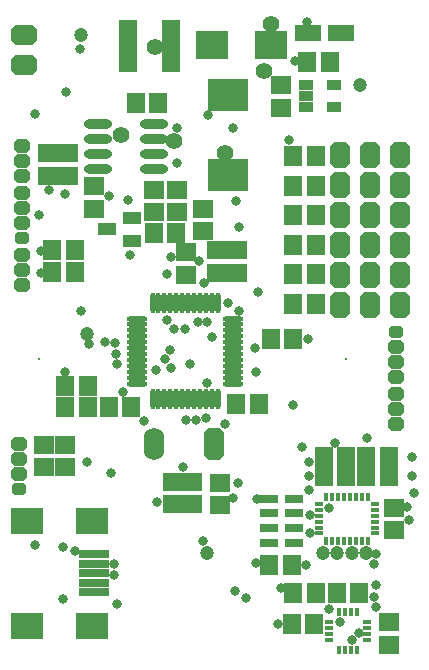
<source format=gts>
%FSLAX25Y25*%
%MOIN*%
G70*
G01*
G75*
G04 Layer_Color=8388736*
%ADD10R,0.05906X0.05118*%
%ADD11C,0.03937*%
%ADD12R,0.05118X0.05906*%
%ADD13R,0.10236X0.08661*%
%ADD14R,0.07874X0.04724*%
%ADD15R,0.12992X0.09843*%
%ADD16R,0.05118X0.06299*%
%ADD17R,0.05512X0.03543*%
%ADD18R,0.09843X0.07874*%
%ADD19R,0.09055X0.01969*%
%ADD20R,0.05512X0.16535*%
%ADD21O,0.08661X0.02362*%
%ADD22R,0.04331X0.02559*%
%ADD23O,0.00984X0.05906*%
%ADD24O,0.05906X0.00984*%
%ADD25R,0.02362X0.00984*%
%ADD26R,0.00984X0.02362*%
%ADD27R,0.02165X0.00984*%
%ADD28R,0.00984X0.02165*%
%ADD29R,0.05118X0.02165*%
%ADD30C,0.02000*%
%ADD31C,0.00800*%
%ADD32C,0.01969*%
%ADD33C,0.01200*%
%ADD34C,0.01000*%
%ADD35C,0.01181*%
%ADD36C,0.00787*%
%ADD37C,0.02362*%
G04:AMPARAMS|DCode=38|XSize=35.43mil|YSize=47.24mil|CornerRadius=0mil|HoleSize=0mil|Usage=FLASHONLY|Rotation=90.000|XOffset=0mil|YOffset=0mil|HoleType=Round|Shape=Octagon|*
%AMOCTAGOND38*
4,1,8,-0.02362,-0.00886,-0.02362,0.00886,-0.01476,0.01772,0.01476,0.01772,0.02362,0.00886,0.02362,-0.00886,0.01476,-0.01772,-0.01476,-0.01772,-0.02362,-0.00886,0.0*
%
%ADD38OCTAGOND38*%

G04:AMPARAMS|DCode=39|XSize=80mil|YSize=60mil|CornerRadius=0mil|HoleSize=0mil|Usage=FLASHONLY|Rotation=90.000|XOffset=0mil|YOffset=0mil|HoleType=Round|Shape=Octagon|*
%AMOCTAGOND39*
4,1,8,0.01500,0.04000,-0.01500,0.04000,-0.03000,0.02500,-0.03000,-0.02500,-0.01500,-0.04000,0.01500,-0.04000,0.03000,-0.02500,0.03000,0.02500,0.01500,0.04000,0.0*
%
%ADD39OCTAGOND39*%

G04:AMPARAMS|DCode=40|XSize=31.5mil|YSize=39.37mil|CornerRadius=0mil|HoleSize=0mil|Usage=FLASHONLY|Rotation=270.000|XOffset=0mil|YOffset=0mil|HoleType=Round|Shape=Octagon|*
%AMOCTAGOND40*
4,1,8,0.01969,0.00787,0.01969,-0.00787,0.01181,-0.01575,-0.01181,-0.01575,-0.01969,-0.00787,-0.01969,0.00787,-0.01181,0.01575,0.01181,0.01575,0.01969,0.00787,0.0*
%
%ADD40OCTAGOND40*%

G04:AMPARAMS|DCode=41|XSize=80mil|YSize=60mil|CornerRadius=0mil|HoleSize=0mil|Usage=FLASHONLY|Rotation=0.000|XOffset=0mil|YOffset=0mil|HoleType=Round|Shape=Octagon|*
%AMOCTAGOND41*
4,1,8,0.04000,-0.01500,0.04000,0.01500,0.02500,0.03000,-0.02500,0.03000,-0.04000,0.01500,-0.04000,-0.01500,-0.02500,-0.03000,0.02500,-0.03000,0.04000,-0.01500,0.0*
%
%ADD41OCTAGOND41*%

G04:AMPARAMS|DCode=42|XSize=100mil|YSize=60mil|CornerRadius=0mil|HoleSize=0mil|Usage=FLASHONLY|Rotation=270.000|XOffset=0mil|YOffset=0mil|HoleType=Round|Shape=Octagon|*
%AMOCTAGOND42*
4,1,8,-0.01500,-0.05000,0.01500,-0.05000,0.03000,-0.03500,0.03000,0.03500,0.01500,0.05000,-0.01500,0.05000,-0.03000,0.03500,-0.03000,-0.03500,-0.01500,-0.05000,0.0*
%
%ADD42OCTAGOND42*%

%ADD43O,0.06000X0.10000*%
%ADD44C,0.04724*%
%ADD45R,0.10630X0.06299*%
%ADD46R,0.06102X0.03937*%
%ADD47R,0.03150X0.05906*%
%ADD48R,0.05906X0.05906*%
%ADD49R,0.06890X0.02756*%
%ADD50R,0.05906X0.05118*%
%ADD51R,0.05512X0.03150*%
%ADD52R,0.09449X0.02913*%
%ADD53C,0.00984*%
%ADD54C,0.02362*%
%ADD55C,0.00394*%
%ADD56C,0.00827*%
%ADD57C,0.00600*%
%ADD58R,0.25984X0.07677*%
%ADD59R,0.06706X0.05918*%
%ADD60C,0.04737*%
%ADD61R,0.05918X0.06706*%
%ADD62R,0.11036X0.09461*%
%ADD63R,0.08674X0.05524*%
%ADD64R,0.13792X0.10642*%
%ADD65R,0.05918X0.07099*%
%ADD66R,0.06312X0.04343*%
%ADD67R,0.10642X0.08674*%
%ADD68R,0.09855X0.02769*%
%ADD69R,0.06312X0.17335*%
%ADD70O,0.09461X0.03162*%
%ADD71R,0.05131X0.03359*%
%ADD72O,0.01784X0.06706*%
%ADD73O,0.06706X0.01784*%
%ADD74R,0.03162X0.01784*%
%ADD75R,0.01784X0.03162*%
%ADD76R,0.02965X0.01784*%
%ADD77R,0.01784X0.02965*%
%ADD78R,0.05918X0.02965*%
%ADD79R,0.00800X0.00800*%
%ADD80C,0.03162*%
G04:AMPARAMS|DCode=81|XSize=43.43mil|YSize=55.24mil|CornerRadius=0mil|HoleSize=0mil|Usage=FLASHONLY|Rotation=90.000|XOffset=0mil|YOffset=0mil|HoleType=Round|Shape=Octagon|*
%AMOCTAGOND81*
4,1,8,-0.02762,-0.01086,-0.02762,0.01086,-0.01676,0.02172,0.01676,0.02172,0.02762,0.01086,0.02762,-0.01086,0.01676,-0.02172,-0.01676,-0.02172,-0.02762,-0.01086,0.0*
%
%ADD81OCTAGOND81*%

G04:AMPARAMS|DCode=82|XSize=88mil|YSize=68mil|CornerRadius=0mil|HoleSize=0mil|Usage=FLASHONLY|Rotation=90.000|XOffset=0mil|YOffset=0mil|HoleType=Round|Shape=Octagon|*
%AMOCTAGOND82*
4,1,8,0.01700,0.04400,-0.01700,0.04400,-0.03400,0.02700,-0.03400,-0.02700,-0.01700,-0.04400,0.01700,-0.04400,0.03400,-0.02700,0.03400,0.02700,0.01700,0.04400,0.0*
%
%ADD82OCTAGOND82*%

G04:AMPARAMS|DCode=83|XSize=39.5mil|YSize=47.37mil|CornerRadius=0mil|HoleSize=0mil|Usage=FLASHONLY|Rotation=270.000|XOffset=0mil|YOffset=0mil|HoleType=Round|Shape=Octagon|*
%AMOCTAGOND83*
4,1,8,0.02369,0.00987,0.02369,-0.00987,0.01381,-0.01975,-0.01381,-0.01975,-0.02369,-0.00987,-0.02369,0.00987,-0.01381,0.01975,0.01381,0.01975,0.02369,0.00987,0.0*
%
%ADD83OCTAGOND83*%

G04:AMPARAMS|DCode=84|XSize=88mil|YSize=68mil|CornerRadius=0mil|HoleSize=0mil|Usage=FLASHONLY|Rotation=0.000|XOffset=0mil|YOffset=0mil|HoleType=Round|Shape=Octagon|*
%AMOCTAGOND84*
4,1,8,0.04400,-0.01700,0.04400,0.01700,0.02700,0.03400,-0.02700,0.03400,-0.04400,0.01700,-0.04400,-0.01700,-0.02700,-0.03400,0.02700,-0.03400,0.04400,-0.01700,0.0*
%
%ADD84OCTAGOND84*%

G04:AMPARAMS|DCode=85|XSize=108mil|YSize=68mil|CornerRadius=0mil|HoleSize=0mil|Usage=FLASHONLY|Rotation=270.000|XOffset=0mil|YOffset=0mil|HoleType=Round|Shape=Octagon|*
%AMOCTAGOND85*
4,1,8,-0.01700,-0.05400,0.01700,-0.05400,0.03400,-0.03700,0.03400,0.03700,0.01700,0.05400,-0.01700,0.05400,-0.03400,0.03700,-0.03400,-0.03700,-0.01700,-0.05400,0.0*
%
%ADD85OCTAGOND85*%

%ADD86O,0.06800X0.10800*%
%ADD87R,0.00800X0.00800*%
%ADD88C,0.05524*%
D59*
X482480Y367323D02*
D03*
Y374803D02*
D03*
X518504Y195866D02*
D03*
Y188386D02*
D03*
X467717Y312402D02*
D03*
Y319882D02*
D03*
X462205Y242323D02*
D03*
Y234842D02*
D03*
X461024Y312402D02*
D03*
Y319882D02*
D03*
X420079Y341142D02*
D03*
Y333661D02*
D03*
X450787Y311614D02*
D03*
Y319094D02*
D03*
X452756Y242717D02*
D03*
Y235236D02*
D03*
X446457Y242717D02*
D03*
Y235236D02*
D03*
X440158Y339961D02*
D03*
Y332480D02*
D03*
X447638Y339961D02*
D03*
Y332480D02*
D03*
X456299Y326181D02*
D03*
Y333661D02*
D03*
X520079Y226575D02*
D03*
Y234055D02*
D03*
X404724Y352165D02*
D03*
Y344685D02*
D03*
X411417Y352165D02*
D03*
Y344685D02*
D03*
X410236Y247441D02*
D03*
Y254921D02*
D03*
X403543Y247441D02*
D03*
Y254921D02*
D03*
D60*
X417717Y291929D02*
D03*
X501181Y218898D02*
D03*
X505905D02*
D03*
X496360D02*
D03*
X510630D02*
D03*
X415748Y391732D02*
D03*
X508858Y375000D02*
D03*
X457874Y218898D02*
D03*
D61*
X441535Y368898D02*
D03*
X434055D02*
D03*
X498622Y382677D02*
D03*
X491142D02*
D03*
X478937Y290158D02*
D03*
X486417D02*
D03*
X425000Y267717D02*
D03*
X432480D02*
D03*
X475000Y268504D02*
D03*
X467520D02*
D03*
X510827Y250787D02*
D03*
X518307D02*
D03*
X510827Y244488D02*
D03*
X518307D02*
D03*
X504134D02*
D03*
X496654D02*
D03*
X504134Y250787D02*
D03*
X496654D02*
D03*
X493504Y195276D02*
D03*
X486024D02*
D03*
X493898Y205512D02*
D03*
X486417D02*
D03*
X478543Y214961D02*
D03*
X486024D02*
D03*
X508465Y205512D02*
D03*
X500984D02*
D03*
X410433Y267717D02*
D03*
X417913D02*
D03*
X417913Y274410D02*
D03*
X410433D02*
D03*
X439961Y325590D02*
D03*
X447441D02*
D03*
X486417Y351181D02*
D03*
X493898D02*
D03*
X486417Y341339D02*
D03*
X493898D02*
D03*
X486417Y301969D02*
D03*
X493898D02*
D03*
X486417Y311811D02*
D03*
X493898D02*
D03*
X486417Y321654D02*
D03*
X493898D02*
D03*
X486417Y331496D02*
D03*
X493898D02*
D03*
D62*
X459449Y388189D02*
D03*
X479134D02*
D03*
D63*
X491339Y392126D02*
D03*
X502362D02*
D03*
D64*
X464567Y344882D02*
D03*
Y371654D02*
D03*
D65*
X413583Y312692D02*
D03*
X406102D02*
D03*
X413583Y319779D02*
D03*
X406102D02*
D03*
D66*
X424409Y326772D02*
D03*
X432677Y323031D02*
D03*
Y330512D02*
D03*
D67*
X419488Y194685D02*
D03*
Y229724D02*
D03*
X397835D02*
D03*
Y194685D02*
D03*
D68*
X419882Y205906D02*
D03*
Y209055D02*
D03*
Y212205D02*
D03*
Y215354D02*
D03*
Y218504D02*
D03*
D69*
X445866Y387795D02*
D03*
X431299D02*
D03*
D70*
X440158Y346831D02*
D03*
Y351831D02*
D03*
Y356831D02*
D03*
Y361831D02*
D03*
X421260Y346831D02*
D03*
Y351831D02*
D03*
Y356831D02*
D03*
Y361831D02*
D03*
D71*
X490551Y375000D02*
D03*
Y371260D02*
D03*
Y367520D02*
D03*
X500000D02*
D03*
Y375000D02*
D03*
D72*
X461221Y270276D02*
D03*
X459252D02*
D03*
X457283D02*
D03*
X455315D02*
D03*
X453346D02*
D03*
X451378D02*
D03*
X449409D02*
D03*
X447441D02*
D03*
X445472D02*
D03*
X443504D02*
D03*
X441535D02*
D03*
X439567D02*
D03*
Y302165D02*
D03*
X441535D02*
D03*
X443504D02*
D03*
X445472D02*
D03*
X447441D02*
D03*
X449409D02*
D03*
X451378D02*
D03*
X453346D02*
D03*
X455315D02*
D03*
X457283D02*
D03*
X459252D02*
D03*
X461221D02*
D03*
D73*
X434449Y275394D02*
D03*
Y277362D02*
D03*
Y279331D02*
D03*
Y281299D02*
D03*
Y283268D02*
D03*
Y285236D02*
D03*
Y287205D02*
D03*
Y289173D02*
D03*
Y291142D02*
D03*
Y293110D02*
D03*
Y295079D02*
D03*
Y297047D02*
D03*
X466339D02*
D03*
Y295079D02*
D03*
Y293110D02*
D03*
Y291142D02*
D03*
Y289173D02*
D03*
Y287205D02*
D03*
Y285236D02*
D03*
Y283268D02*
D03*
Y281299D02*
D03*
Y279331D02*
D03*
Y277362D02*
D03*
Y275394D02*
D03*
D74*
X495031Y235215D02*
D03*
Y233315D02*
D03*
Y231315D02*
D03*
Y229315D02*
D03*
Y227315D02*
D03*
Y225415D02*
D03*
X513631D02*
D03*
Y227315D02*
D03*
Y229315D02*
D03*
Y231315D02*
D03*
Y233315D02*
D03*
Y235215D02*
D03*
D75*
X497431Y223015D02*
D03*
X499431D02*
D03*
X501331D02*
D03*
X503331D02*
D03*
X505331D02*
D03*
X507331D02*
D03*
X509231D02*
D03*
X511231D02*
D03*
Y237615D02*
D03*
X509231D02*
D03*
X507331D02*
D03*
X505331D02*
D03*
X503331D02*
D03*
X501331D02*
D03*
X499431D02*
D03*
X497431D02*
D03*
D76*
X498524Y195866D02*
D03*
Y193898D02*
D03*
Y191929D02*
D03*
Y189961D02*
D03*
X510925D02*
D03*
Y191929D02*
D03*
Y193898D02*
D03*
Y195866D02*
D03*
D77*
X501772Y186713D02*
D03*
X503740D02*
D03*
X505709D02*
D03*
X507677D02*
D03*
Y199114D02*
D03*
X505709D02*
D03*
X503740D02*
D03*
X501772D02*
D03*
D78*
X486614Y222244D02*
D03*
Y227165D02*
D03*
Y232087D02*
D03*
Y237008D02*
D03*
X478346Y222244D02*
D03*
Y227165D02*
D03*
Y232087D02*
D03*
Y237008D02*
D03*
D79*
X417717Y291929D02*
D03*
X505905Y218898D02*
D03*
X496360D02*
D03*
X510630D02*
D03*
X415748Y391732D02*
D03*
X508858Y375000D02*
D03*
X457874Y218898D02*
D03*
D80*
X409646Y220866D02*
D03*
Y203544D02*
D03*
X487008Y383071D02*
D03*
X458070Y364763D02*
D03*
X440550Y279921D02*
D03*
X464764Y302165D02*
D03*
X485039Y356693D02*
D03*
X526772Y238976D02*
D03*
X447638Y360630D02*
D03*
X466535D02*
D03*
X457874Y296063D02*
D03*
X431890Y318110D02*
D03*
X431496Y336614D02*
D03*
X474015Y279133D02*
D03*
X473622Y287402D02*
D03*
X427558Y281889D02*
D03*
X427362Y285236D02*
D03*
X427165Y288976D02*
D03*
X423621Y289370D02*
D03*
X415748Y299606D02*
D03*
X425591Y245669D02*
D03*
X417717Y249213D02*
D03*
X445669Y280709D02*
D03*
X456299Y222835D02*
D03*
X449606Y247638D02*
D03*
X457312Y264006D02*
D03*
X454043Y263386D02*
D03*
X450681D02*
D03*
X426772Y211417D02*
D03*
Y215354D02*
D03*
X489370Y254331D02*
D03*
X500394Y255512D02*
D03*
X418503Y288582D02*
D03*
X447638Y348819D02*
D03*
X467323Y336221D02*
D03*
X401575Y331496D02*
D03*
X446850Y293701D02*
D03*
X410236Y338570D02*
D03*
X474016Y215551D02*
D03*
X474409Y237008D02*
D03*
X468110Y242126D02*
D03*
X457873Y275590D02*
D03*
X511024Y257087D02*
D03*
X445276Y286614D02*
D03*
X470866Y203937D02*
D03*
X486221Y268110D02*
D03*
X498425Y233858D02*
D03*
X498424Y200393D02*
D03*
X491732Y239902D02*
D03*
X410630Y372441D02*
D03*
X400394Y365354D02*
D03*
X444488Y296457D02*
D03*
X450387Y293701D02*
D03*
X454724Y296063D02*
D03*
X459448Y290944D02*
D03*
X451968Y281890D02*
D03*
X402362Y312205D02*
D03*
Y319685D02*
D03*
X445668Y317716D02*
D03*
X413779Y219685D02*
D03*
X400394Y221654D02*
D03*
X506174Y189764D02*
D03*
X501967Y196063D02*
D03*
X481496Y195276D02*
D03*
X482283Y207087D02*
D03*
X490551Y214961D02*
D03*
X466929Y206299D02*
D03*
X466535Y237402D02*
D03*
X440945Y235827D02*
D03*
X463779Y261811D02*
D03*
X436614Y262992D02*
D03*
X443703Y283467D02*
D03*
X429809Y272722D02*
D03*
X410236Y279134D02*
D03*
X491339Y290158D02*
D03*
X425197Y337795D02*
D03*
X415354Y387008D02*
D03*
X490945Y396063D02*
D03*
X525984Y244488D02*
D03*
Y250787D02*
D03*
X491732Y244488D02*
D03*
Y249213D02*
D03*
X492126Y225590D02*
D03*
Y231496D02*
D03*
X427559Y201969D02*
D03*
X525197Y229921D02*
D03*
X444260Y312067D02*
D03*
X405118Y339764D02*
D03*
X468504Y299606D02*
D03*
X474803Y305906D02*
D03*
X456693Y309055D02*
D03*
X455118Y316142D02*
D03*
X468504Y327559D02*
D03*
X524409Y234252D02*
D03*
X513386Y215354D02*
D03*
X514137Y218540D02*
D03*
X513386Y204331D02*
D03*
X508267Y192126D02*
D03*
X514173Y200787D02*
D03*
X514172Y208267D02*
D03*
D81*
X396063Y344724D02*
D03*
Y349724D02*
D03*
Y354724D02*
D03*
X520866Y277559D02*
D03*
Y282559D02*
D03*
Y287559D02*
D03*
Y262047D02*
D03*
Y267047D02*
D03*
Y272047D02*
D03*
X394882Y255118D02*
D03*
Y250118D02*
D03*
Y245118D02*
D03*
X396063Y318268D02*
D03*
Y313268D02*
D03*
Y308268D02*
D03*
Y338976D02*
D03*
Y333976D02*
D03*
Y328976D02*
D03*
D82*
X522205Y351496D02*
D03*
X512205D02*
D03*
X502205D02*
D03*
X522205Y341496D02*
D03*
X512205D02*
D03*
X502205D02*
D03*
X522205Y331496D02*
D03*
X512205D02*
D03*
X502205D02*
D03*
X522205Y321496D02*
D03*
X512205D02*
D03*
X502205D02*
D03*
X522205Y311496D02*
D03*
X512205D02*
D03*
X502205D02*
D03*
X522205Y301496D02*
D03*
X512205D02*
D03*
X502205D02*
D03*
D83*
X520866Y292559D02*
D03*
X394882Y240118D02*
D03*
X396063Y323976D02*
D03*
D84*
X396850Y381496D02*
D03*
Y391496D02*
D03*
D85*
X460000Y255118D02*
D03*
D86*
X440000D02*
D03*
D87*
X501181Y218898D02*
D03*
X503937Y283465D02*
D03*
X401575D02*
D03*
D88*
X440354Y387598D02*
D03*
X476574Y379527D02*
D03*
X463779Y352362D02*
D03*
X446850Y356299D02*
D03*
X429134Y358268D02*
D03*
X479134Y395276D02*
D03*
M02*

</source>
